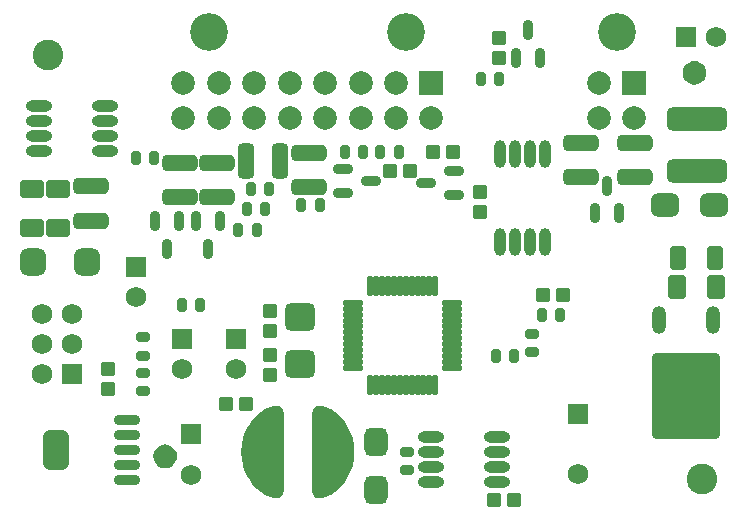
<source format=gts>
G04 Layer_Color=8388736*
%FSLAX24Y24*%
%MOIN*%
G70*
G01*
G75*
G04:AMPARAMS|DCode=67|XSize=36mil|YSize=43.8mil|CornerRadius=6.8mil|HoleSize=0mil|Usage=FLASHONLY|Rotation=0.000|XOffset=0mil|YOffset=0mil|HoleType=Round|Shape=RoundedRectangle|*
%AMROUNDEDRECTD67*
21,1,0.0360,0.0302,0,0,0.0*
21,1,0.0224,0.0438,0,0,0.0*
1,1,0.0136,0.0112,-0.0151*
1,1,0.0136,-0.0112,-0.0151*
1,1,0.0136,-0.0112,0.0151*
1,1,0.0136,0.0112,0.0151*
%
%ADD67ROUNDEDRECTD67*%
G04:AMPARAMS|DCode=68|XSize=36mil|YSize=43.8mil|CornerRadius=6.8mil|HoleSize=0mil|Usage=FLASHONLY|Rotation=270.000|XOffset=0mil|YOffset=0mil|HoleType=Round|Shape=RoundedRectangle|*
%AMROUNDEDRECTD68*
21,1,0.0360,0.0302,0,0,270.0*
21,1,0.0224,0.0438,0,0,270.0*
1,1,0.0136,-0.0151,-0.0112*
1,1,0.0136,-0.0151,0.0112*
1,1,0.0136,0.0151,0.0112*
1,1,0.0136,0.0151,-0.0112*
%
%ADD68ROUNDEDRECTD68*%
G04:AMPARAMS|DCode=69|XSize=49mil|YSize=44mil|CornerRadius=5.8mil|HoleSize=0mil|Usage=FLASHONLY|Rotation=90.000|XOffset=0mil|YOffset=0mil|HoleType=Round|Shape=RoundedRectangle|*
%AMROUNDEDRECTD69*
21,1,0.0490,0.0324,0,0,90.0*
21,1,0.0374,0.0440,0,0,90.0*
1,1,0.0116,0.0162,0.0187*
1,1,0.0116,0.0162,-0.0187*
1,1,0.0116,-0.0162,-0.0187*
1,1,0.0116,-0.0162,0.0187*
%
%ADD69ROUNDEDRECTD69*%
G04:AMPARAMS|DCode=70|XSize=49mil|YSize=44mil|CornerRadius=5.8mil|HoleSize=0mil|Usage=FLASHONLY|Rotation=180.000|XOffset=0mil|YOffset=0mil|HoleType=Round|Shape=RoundedRectangle|*
%AMROUNDEDRECTD70*
21,1,0.0490,0.0324,0,0,180.0*
21,1,0.0374,0.0440,0,0,180.0*
1,1,0.0116,-0.0187,0.0162*
1,1,0.0116,0.0187,0.0162*
1,1,0.0116,0.0187,-0.0162*
1,1,0.0116,-0.0187,-0.0162*
%
%ADD70ROUNDEDRECTD70*%
%ADD71O,0.0880X0.0375*%
%ADD72O,0.0887X0.0336*%
G04:AMPARAMS|DCode=73|XSize=134mil|YSize=88.7mil|CornerRadius=24.2mil|HoleSize=0mil|Usage=FLASHONLY|Rotation=270.000|XOffset=0mil|YOffset=0mil|HoleType=Round|Shape=RoundedRectangle|*
%AMROUNDEDRECTD73*
21,1,0.1340,0.0404,0,0,270.0*
21,1,0.0856,0.0887,0,0,270.0*
1,1,0.0484,-0.0202,-0.0428*
1,1,0.0484,-0.0202,0.0428*
1,1,0.0484,0.0202,0.0428*
1,1,0.0484,0.0202,-0.0428*
%
%ADD73ROUNDEDRECTD73*%
%ADD74O,0.0198X0.0710*%
%ADD75O,0.0710X0.0198*%
%ADD76O,0.0375X0.0930*%
G04:AMPARAMS|DCode=77|XSize=118.2mil|YSize=55.2mil|CornerRadius=15.8mil|HoleSize=0mil|Usage=FLASHONLY|Rotation=180.000|XOffset=0mil|YOffset=0mil|HoleType=Round|Shape=RoundedRectangle|*
%AMROUNDEDRECTD77*
21,1,0.1182,0.0236,0,0,180.0*
21,1,0.0866,0.0552,0,0,180.0*
1,1,0.0316,-0.0433,0.0118*
1,1,0.0316,0.0433,0.0118*
1,1,0.0316,0.0433,-0.0118*
1,1,0.0316,-0.0433,-0.0118*
%
%ADD77ROUNDEDRECTD77*%
G04:AMPARAMS|DCode=78|XSize=118.2mil|YSize=55.2mil|CornerRadius=15.8mil|HoleSize=0mil|Usage=FLASHONLY|Rotation=90.000|XOffset=0mil|YOffset=0mil|HoleType=Round|Shape=RoundedRectangle|*
%AMROUNDEDRECTD78*
21,1,0.1182,0.0236,0,0,90.0*
21,1,0.0866,0.0552,0,0,90.0*
1,1,0.0316,0.0118,0.0433*
1,1,0.0316,0.0118,-0.0433*
1,1,0.0316,-0.0118,-0.0433*
1,1,0.0316,-0.0118,0.0433*
%
%ADD78ROUNDEDRECTD78*%
G04:AMPARAMS|DCode=79|XSize=202.9mil|YSize=78.9mil|CornerRadius=21.7mil|HoleSize=0mil|Usage=FLASHONLY|Rotation=0.000|XOffset=0mil|YOffset=0mil|HoleType=Round|Shape=RoundedRectangle|*
%AMROUNDEDRECTD79*
21,1,0.2029,0.0354,0,0,0.0*
21,1,0.1594,0.0789,0,0,0.0*
1,1,0.0434,0.0797,-0.0177*
1,1,0.0434,-0.0797,-0.0177*
1,1,0.0434,-0.0797,0.0177*
1,1,0.0434,0.0797,0.0177*
%
%ADD79ROUNDEDRECTD79*%
G04:AMPARAMS|DCode=80|XSize=98.6mil|YSize=90.7mil|CornerRadius=16.4mil|HoleSize=0mil|Usage=FLASHONLY|Rotation=0.000|XOffset=0mil|YOffset=0mil|HoleType=Round|Shape=RoundedRectangle|*
%AMROUNDEDRECTD80*
21,1,0.0986,0.0579,0,0,0.0*
21,1,0.0657,0.0907,0,0,0.0*
1,1,0.0328,0.0329,-0.0289*
1,1,0.0328,-0.0329,-0.0289*
1,1,0.0328,-0.0329,0.0289*
1,1,0.0328,0.0329,0.0289*
%
%ADD80ROUNDEDRECTD80*%
G04:AMPARAMS|DCode=81|XSize=55.2mil|YSize=82.8mil|CornerRadius=15.8mil|HoleSize=0mil|Usage=FLASHONLY|Rotation=180.000|XOffset=0mil|YOffset=0mil|HoleType=Round|Shape=RoundedRectangle|*
%AMROUNDEDRECTD81*
21,1,0.0552,0.0512,0,0,180.0*
21,1,0.0236,0.0828,0,0,180.0*
1,1,0.0316,-0.0118,0.0256*
1,1,0.0316,0.0118,0.0256*
1,1,0.0316,0.0118,-0.0256*
1,1,0.0316,-0.0118,-0.0256*
%
%ADD81ROUNDEDRECTD81*%
%ADD82O,0.0361X0.0671*%
%ADD83O,0.0671X0.0361*%
G04:AMPARAMS|DCode=84|XSize=59.2mil|YSize=80mil|CornerRadius=6.6mil|HoleSize=0mil|Usage=FLASHONLY|Rotation=90.000|XOffset=0mil|YOffset=0mil|HoleType=Round|Shape=RoundedRectangle|*
%AMROUNDEDRECTD84*
21,1,0.0592,0.0669,0,0,90.0*
21,1,0.0461,0.0800,0,0,90.0*
1,1,0.0131,0.0335,0.0230*
1,1,0.0131,0.0335,-0.0230*
1,1,0.0131,-0.0335,-0.0230*
1,1,0.0131,-0.0335,0.0230*
%
%ADD84ROUNDEDRECTD84*%
G04:AMPARAMS|DCode=85|XSize=94.6mil|YSize=76.9mil|CornerRadius=21.2mil|HoleSize=0mil|Usage=FLASHONLY|Rotation=90.000|XOffset=0mil|YOffset=0mil|HoleType=Round|Shape=RoundedRectangle|*
%AMROUNDEDRECTD85*
21,1,0.0946,0.0344,0,0,90.0*
21,1,0.0522,0.0769,0,0,90.0*
1,1,0.0424,0.0172,0.0261*
1,1,0.0424,0.0172,-0.0261*
1,1,0.0424,-0.0172,-0.0261*
1,1,0.0424,-0.0172,0.0261*
%
%ADD85ROUNDEDRECTD85*%
G04:AMPARAMS|DCode=86|XSize=94.6mil|YSize=76.9mil|CornerRadius=21.2mil|HoleSize=0mil|Usage=FLASHONLY|Rotation=180.000|XOffset=0mil|YOffset=0mil|HoleType=Round|Shape=RoundedRectangle|*
%AMROUNDEDRECTD86*
21,1,0.0946,0.0344,0,0,180.0*
21,1,0.0522,0.0769,0,0,180.0*
1,1,0.0424,-0.0261,0.0172*
1,1,0.0424,0.0261,0.0172*
1,1,0.0424,0.0261,-0.0172*
1,1,0.0424,-0.0261,-0.0172*
%
%ADD86ROUNDEDRECTD86*%
G04:AMPARAMS|DCode=87|XSize=59.2mil|YSize=80mil|CornerRadius=6.6mil|HoleSize=0mil|Usage=FLASHONLY|Rotation=180.000|XOffset=0mil|YOffset=0mil|HoleType=Round|Shape=RoundedRectangle|*
%AMROUNDEDRECTD87*
21,1,0.0592,0.0669,0,0,180.0*
21,1,0.0461,0.0800,0,0,180.0*
1,1,0.0131,-0.0230,0.0335*
1,1,0.0131,0.0230,0.0335*
1,1,0.0131,0.0230,-0.0335*
1,1,0.0131,-0.0230,-0.0335*
%
%ADD87ROUNDEDRECTD87*%
G04:AMPARAMS|DCode=88|XSize=287.5mil|YSize=226.5mil|CornerRadius=14.9mil|HoleSize=0mil|Usage=FLASHONLY|Rotation=270.000|XOffset=0mil|YOffset=0mil|HoleType=Round|Shape=RoundedRectangle|*
%AMROUNDEDRECTD88*
21,1,0.2875,0.1967,0,0,270.0*
21,1,0.2577,0.2265,0,0,270.0*
1,1,0.0299,-0.0983,-0.1288*
1,1,0.0299,-0.0983,0.1288*
1,1,0.0299,0.0983,0.1288*
1,1,0.0299,0.0983,-0.1288*
%
%ADD88ROUNDEDRECTD88*%
%ADD89O,0.0474X0.0926*%
G04:AMPARAMS|DCode=90|XSize=90.7mil|YSize=86.7mil|CornerRadius=23.7mil|HoleSize=0mil|Usage=FLASHONLY|Rotation=90.000|XOffset=0mil|YOffset=0mil|HoleType=Round|Shape=RoundedRectangle|*
%AMROUNDEDRECTD90*
21,1,0.0907,0.0394,0,0,90.0*
21,1,0.0433,0.0867,0,0,90.0*
1,1,0.0474,0.0197,0.0217*
1,1,0.0474,0.0197,-0.0217*
1,1,0.0474,-0.0197,-0.0217*
1,1,0.0474,-0.0197,0.0217*
%
%ADD90ROUNDEDRECTD90*%
%ADD91C,0.1025*%
%ADD92R,0.0680X0.0680*%
%ADD93C,0.0680*%
%ADD94R,0.0680X0.0680*%
%ADD95C,0.0789*%
%ADD96R,0.0789X0.0789*%
%ADD97C,0.1261*%
G36*
X28766Y33522D02*
X28774Y33524D01*
X28845Y33505D01*
X28852Y33500D01*
X28860Y33498D01*
X28919Y33454D01*
X28923Y33447D01*
X28930Y33443D01*
X28969Y33380D01*
X28970Y33372D01*
X28975Y33365D01*
X28989Y33293D01*
X28988Y33289D01*
X28989Y33285D01*
Y30679D01*
X28988Y30676D01*
X28989Y30671D01*
X28975Y30597D01*
X28970Y30590D01*
X28969Y30582D01*
X28928Y30518D01*
X28922Y30513D01*
X28917Y30506D01*
X28856Y30462D01*
X28848Y30460D01*
X28842Y30455D01*
X28769Y30435D01*
X28761Y30436D01*
X28753Y30434D01*
X28678Y30443D01*
X28674Y30445D01*
X28670Y30445D01*
X28540Y30485D01*
X28539Y30486D01*
X28537Y30486D01*
X28386Y30547D01*
X28383Y30549D01*
X28380Y30550D01*
X28240Y30633D01*
X28238Y30636D01*
X28235Y30637D01*
X28110Y30741D01*
X28109Y30742D01*
X28107Y30743D01*
X28103Y30748D01*
X28102Y30749D01*
X28101Y30750D01*
X27952Y30915D01*
X27951Y30918D01*
X27948Y30920D01*
X27822Y31104D01*
X27822Y31107D01*
X27819Y31109D01*
X27719Y31308D01*
X27719Y31311D01*
X27717Y31313D01*
X27644Y31524D01*
X27644Y31527D01*
X27643Y31529D01*
X27598Y31747D01*
X27599Y31750D01*
X27598Y31753D01*
X27583Y31975D01*
X27584Y31978D01*
X27583Y31981D01*
X27598Y32204D01*
X27599Y32206D01*
X27598Y32209D01*
X27643Y32428D01*
X27644Y32430D01*
X27644Y32433D01*
X27717Y32644D01*
X27719Y32646D01*
X27719Y32649D01*
X27819Y32848D01*
X27822Y32850D01*
X27822Y32853D01*
X27948Y33037D01*
X27951Y33039D01*
X27952Y33042D01*
X28101Y33207D01*
X28102Y33208D01*
X28103Y33209D01*
X28105Y33211D01*
X28107Y33212D01*
X28108Y33214D01*
X28234Y33319D01*
X28238Y33320D01*
X28240Y33323D01*
X28381Y33407D01*
X28385Y33408D01*
X28387Y33410D01*
X28540Y33471D01*
X28542Y33471D01*
X28543Y33473D01*
X28677Y33514D01*
X28681Y33514D01*
X28685Y33516D01*
X28758Y33525D01*
X28766Y33522D01*
D02*
G37*
G36*
X25142Y32214D02*
X25238Y32175D01*
X25320Y32111D01*
X25383Y32029D01*
X25423Y31933D01*
X25436Y31831D01*
X25423Y31728D01*
X25383Y31632D01*
X25320Y31550D01*
X25238Y31487D01*
X25142Y31447D01*
X25039Y31434D01*
X24937Y31447D01*
X24841Y31487D01*
X24759Y31550D01*
X24695Y31632D01*
X24656Y31728D01*
X24642Y31831D01*
X24656Y31933D01*
X24695Y32029D01*
X24759Y32111D01*
X24841Y32175D01*
X24937Y32214D01*
X25039Y32228D01*
X25142Y32214D01*
D02*
G37*
G36*
X42790Y45000D02*
X42886Y44960D01*
X42968Y44897D01*
X43031Y44815D01*
X43071Y44719D01*
X43084Y44616D01*
X43071Y44513D01*
X43031Y44418D01*
X42968Y44335D01*
X42886Y44272D01*
X42790Y44233D01*
X42687Y44219D01*
X42584Y44233D01*
X42488Y44272D01*
X42406Y44335D01*
X42343Y44418D01*
X42303Y44513D01*
X42290Y44616D01*
X42303Y44719D01*
X42343Y44815D01*
X42406Y44897D01*
X42488Y44960D01*
X42584Y45000D01*
X42687Y45013D01*
X42790Y45000D01*
D02*
G37*
G36*
X30259Y33514D02*
X30263Y33512D01*
X30267Y33512D01*
X30397Y33472D01*
X30398Y33470D01*
X30400Y33470D01*
X30551Y33410D01*
X30554Y33407D01*
X30557Y33407D01*
X30697Y33324D01*
X30699Y33321D01*
X30702Y33320D01*
X30827Y33216D01*
X30828Y33214D01*
X30830Y33214D01*
X30834Y33209D01*
X30835Y33208D01*
X30836Y33207D01*
X30985Y33041D01*
X30986Y33039D01*
X30989Y33037D01*
X31115Y32853D01*
X31115Y32850D01*
X31118Y32848D01*
X31218Y32649D01*
X31218Y32646D01*
X31220Y32644D01*
X31293Y32433D01*
X31293Y32430D01*
X31294Y32428D01*
X31339Y32209D01*
X31338Y32206D01*
X31339Y32204D01*
X31354Y31981D01*
X31353Y31978D01*
X31354Y31975D01*
X31339Y31753D01*
X31338Y31750D01*
X31339Y31747D01*
X31294Y31529D01*
X31293Y31527D01*
X31293Y31524D01*
X31220Y31313D01*
X31218Y31311D01*
X31218Y31308D01*
X31118Y31109D01*
X31115Y31107D01*
X31115Y31104D01*
X30989Y30920D01*
X30986Y30918D01*
X30985Y30915D01*
X30836Y30750D01*
X30835Y30749D01*
X30834Y30747D01*
X30832Y30745D01*
X30830Y30745D01*
X30829Y30743D01*
X30703Y30638D01*
X30699Y30637D01*
X30697Y30634D01*
X30556Y30550D01*
X30552Y30549D01*
X30550Y30547D01*
X30397Y30485D01*
X30395Y30485D01*
X30394Y30484D01*
X30260Y30442D01*
X30256Y30443D01*
X30252Y30441D01*
X30179Y30432D01*
X30171Y30434D01*
X30163Y30433D01*
X30092Y30452D01*
X30085Y30457D01*
X30077Y30459D01*
X30018Y30502D01*
X30014Y30509D01*
X30007Y30514D01*
X29968Y30576D01*
X29967Y30584D01*
X29962Y30591D01*
X29948Y30663D01*
X29949Y30668D01*
X29948Y30672D01*
Y33277D01*
X29949Y33281D01*
X29948Y33285D01*
X29962Y33360D01*
X29967Y33366D01*
X29968Y33375D01*
X30009Y33439D01*
X30015Y33443D01*
X30020Y33450D01*
X30081Y33495D01*
X30089Y33497D01*
X30095Y33502D01*
X30168Y33521D01*
X30176Y33520D01*
X30184Y33523D01*
X30259Y33514D01*
D02*
G37*
D67*
X36073Y35187D02*
D03*
X36683D02*
D03*
X35571Y44419D02*
D03*
X36181D02*
D03*
X29587Y40207D02*
D03*
X30197D02*
D03*
X27894Y40738D02*
D03*
X28504D02*
D03*
X27756Y40069D02*
D03*
X28366D02*
D03*
X27480Y39390D02*
D03*
X28090D02*
D03*
X38218Y36535D02*
D03*
X37608D02*
D03*
X32215Y41968D02*
D03*
X32825D02*
D03*
X31043Y41978D02*
D03*
X31653D02*
D03*
X25591Y36890D02*
D03*
X26201D02*
D03*
X24065Y41762D02*
D03*
X24675D02*
D03*
D68*
X37274Y35915D02*
D03*
Y35305D02*
D03*
X24321Y34626D02*
D03*
Y34016D02*
D03*
Y35187D02*
D03*
Y35797D02*
D03*
X33091Y31378D02*
D03*
Y31988D02*
D03*
D69*
X36161Y45118D02*
D03*
Y45788D02*
D03*
X35541Y39970D02*
D03*
Y40640D02*
D03*
X28533Y36023D02*
D03*
Y36693D02*
D03*
X28533Y35207D02*
D03*
Y34537D02*
D03*
X23150Y34084D02*
D03*
Y34754D02*
D03*
D70*
X38317Y37195D02*
D03*
X37647D02*
D03*
X34626Y41968D02*
D03*
X33956D02*
D03*
X33219Y41358D02*
D03*
X32549D02*
D03*
X36683Y30384D02*
D03*
X36013D02*
D03*
X27076Y33593D02*
D03*
X27746D02*
D03*
D71*
X36098Y31470D02*
D03*
X33898D02*
D03*
X36098Y30970D02*
D03*
X33898D02*
D03*
X36098Y32470D02*
D03*
Y31970D02*
D03*
X33898D02*
D03*
Y32470D02*
D03*
X23027Y42524D02*
D03*
X20827D02*
D03*
X23027Y42024D02*
D03*
X20827D02*
D03*
X23027Y43524D02*
D03*
Y43024D02*
D03*
X20827D02*
D03*
Y43524D02*
D03*
D72*
X23780Y32528D02*
D03*
Y33028D02*
D03*
Y31028D02*
D03*
Y31528D02*
D03*
Y32028D02*
D03*
D73*
X21417D02*
D03*
D74*
X31880Y34213D02*
D03*
X32077D02*
D03*
X32274D02*
D03*
X32470D02*
D03*
X32667D02*
D03*
X32864D02*
D03*
X33061D02*
D03*
X33258D02*
D03*
X33455D02*
D03*
X33652D02*
D03*
Y37520D02*
D03*
X33455D02*
D03*
X33258D02*
D03*
X33061D02*
D03*
X32864D02*
D03*
X32667D02*
D03*
X32470D02*
D03*
X32274D02*
D03*
X32077D02*
D03*
X31880D02*
D03*
X33848Y34213D02*
D03*
X34045D02*
D03*
Y37520D02*
D03*
X33848D02*
D03*
D75*
X34616Y34783D02*
D03*
Y34980D02*
D03*
Y35177D02*
D03*
Y35374D02*
D03*
Y35571D02*
D03*
Y36161D02*
D03*
Y36358D02*
D03*
Y36555D02*
D03*
Y36752D02*
D03*
Y36949D02*
D03*
Y35768D02*
D03*
Y35965D02*
D03*
X31309Y35571D02*
D03*
Y35374D02*
D03*
Y35177D02*
D03*
Y34980D02*
D03*
Y34783D02*
D03*
Y36949D02*
D03*
Y36752D02*
D03*
Y36555D02*
D03*
Y36358D02*
D03*
Y36161D02*
D03*
Y35965D02*
D03*
Y35768D02*
D03*
D76*
X37220Y41917D02*
D03*
Y38967D02*
D03*
X36220Y41917D02*
D03*
X36720D02*
D03*
X37720D02*
D03*
X36220Y38967D02*
D03*
X36720D02*
D03*
X37720D02*
D03*
D77*
X29852Y41959D02*
D03*
Y40817D02*
D03*
X25531Y41624D02*
D03*
Y40482D02*
D03*
X26772Y41624D02*
D03*
Y40482D02*
D03*
X22579Y40827D02*
D03*
Y39685D02*
D03*
X40718Y41152D02*
D03*
Y42293D02*
D03*
X38898Y41152D02*
D03*
Y42293D02*
D03*
D78*
X28878Y41673D02*
D03*
X27736D02*
D03*
D79*
X42785Y41339D02*
D03*
Y43071D02*
D03*
D80*
X29528Y36476D02*
D03*
Y34902D02*
D03*
D81*
X42126Y38455D02*
D03*
X43386D02*
D03*
D82*
X37542Y45123D02*
D03*
X36742D02*
D03*
X37142Y46033D02*
D03*
X25502Y39670D02*
D03*
X24702D02*
D03*
X25102Y38760D02*
D03*
X26860Y39670D02*
D03*
X26060D02*
D03*
X26460Y38760D02*
D03*
X39360Y39946D02*
D03*
X40160D02*
D03*
X39760Y40856D02*
D03*
D83*
X34660Y41332D02*
D03*
Y40532D02*
D03*
X33750Y40932D02*
D03*
X30979Y40598D02*
D03*
Y41398D02*
D03*
X31889Y40998D02*
D03*
D84*
X20600Y39429D02*
D03*
Y40729D02*
D03*
X21486Y39429D02*
D03*
Y40729D02*
D03*
D85*
X32087Y32323D02*
D03*
Y30709D02*
D03*
D86*
X41713Y40207D02*
D03*
X43327D02*
D03*
D87*
X43396Y37480D02*
D03*
X42096D02*
D03*
D88*
X42402Y33829D02*
D03*
D89*
X43299Y36388D02*
D03*
X41504D02*
D03*
D90*
X22451Y38317D02*
D03*
X20640D02*
D03*
D91*
X42933Y31073D02*
D03*
X21122Y45197D02*
D03*
D92*
X24065Y38140D02*
D03*
X25915Y32589D02*
D03*
X38789Y33248D02*
D03*
X27392Y35738D02*
D03*
X21939Y34567D02*
D03*
X25620Y35748D02*
D03*
D93*
X24065Y37140D02*
D03*
X25915Y31211D02*
D03*
X38789Y31248D02*
D03*
X27392Y34738D02*
D03*
X43392Y45807D02*
D03*
X21939Y35567D02*
D03*
X20939Y34567D02*
D03*
Y35567D02*
D03*
X21939Y36567D02*
D03*
X20939D02*
D03*
X25620Y34748D02*
D03*
D94*
X42392Y45807D02*
D03*
D95*
X39498Y44291D02*
D03*
Y43109D02*
D03*
X40679D02*
D03*
X33917D02*
D03*
X32736D02*
D03*
X30374D02*
D03*
X28012D02*
D03*
X26831D02*
D03*
X31555D02*
D03*
X29193D02*
D03*
X25650D02*
D03*
X32736Y44291D02*
D03*
X30374D02*
D03*
X28012D02*
D03*
X26831D02*
D03*
X31555D02*
D03*
X29193D02*
D03*
X25650D02*
D03*
D96*
X40679D02*
D03*
X33917D02*
D03*
D97*
X40089Y45991D02*
D03*
X33071D02*
D03*
X26496D02*
D03*
M02*

</source>
